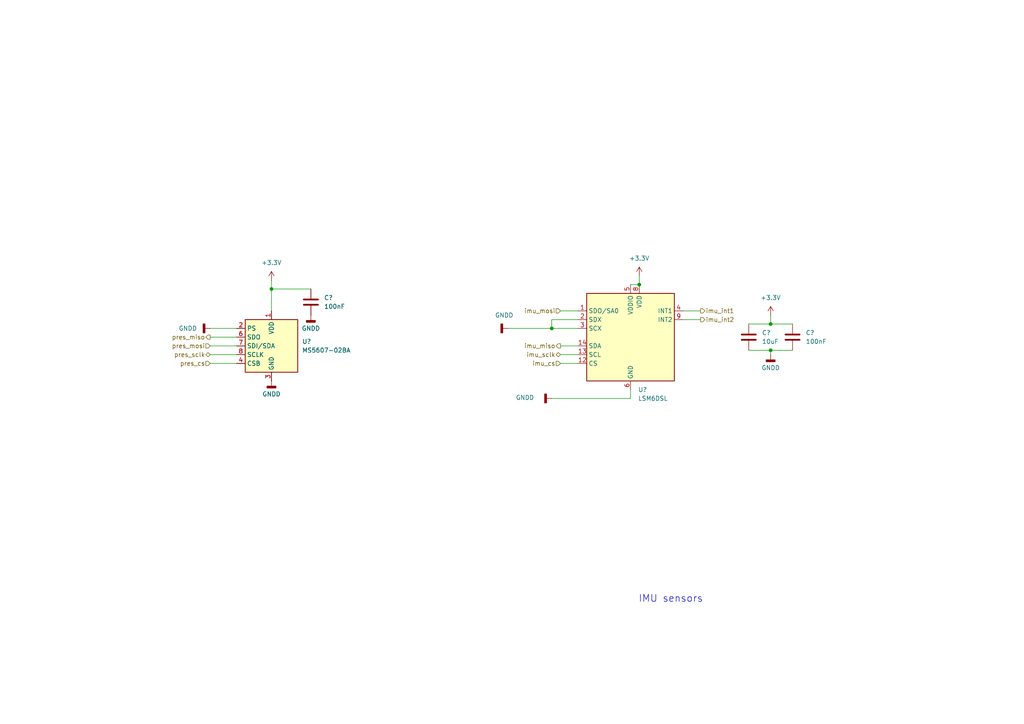
<source format=kicad_sch>
(kicad_sch (version 20250114) (generator "eeschema") (generator_version "9.0")
  (paper "A4")
  (lib_symbols
    (symbol "Device:C" (pin_numbers (hide yes)) (pin_names (offset 0.254))
      (property "Reference" "C" (at 0.635 2.54 0))
      (property "Value" "C" (at 0.635 -2.54 0))
      (symbol "C_0_1"
        (polyline (pts (xy -2.032 0.762) (xy 2.032 0.762)) (stroke (width 0.508)))
        (polyline (pts (xy -2.032 -0.762) (xy 2.032 -0.762)) (stroke (width 0.508)))
      )
      (symbol "C_1_1"
        (pin passive line (at 0 3.81 270) (length 2.794) (name "~") (number "1"))
        (pin passive line (at 0 -3.81 90) (length 2.794) (name "~") (number "2"))
      )
    )
    (symbol "Sensor_Motion:LSM6DSL"
      (property "Reference" "U" (at -11.43 15.24 0))
      (property "Value" "LSM6DSL" (at -11.43 12.7 0))
      (symbol "LSM6DSL_0_1"
        (rectangle (start -12.7 12.7) (end 12.7 -12.7) (stroke (width 0.254)) (fill (type background)))
      )
      (symbol "LSM6DSL_1_1"
        (pin bidirectional line (at -15.24 7.62 0) (length 2.54) (name "SDO/SA0") (number "1"))
        (pin bidirectional line (at -15.24 5.08 0) (length 2.54) (name "SDX") (number "2"))
        (pin input line (at -15.24 2.54 0) (length 2.54) (name "SCX") (number "3"))
        (pin bidirectional line (at -15.24 -2.54 0) (length 2.54) (name "SDA") (number "14"))
        (pin input line (at -15.24 -5.08 0) (length 2.54) (name "SCL") (number "13"))
        (pin input line (at -15.24 -7.62 0) (length 2.54) (name "CS") (number "12"))
        (pin power_in line (at 0 15.24 270) (length 2.54) (name "VDDIO") (number "5"))
        (pin power_in line (at 0 -15.24 90) (length 2.54) (name "GND") (number "6"))
        (pin passive line (at 0 -15.24 90) (length 2.54) (hide yes) (name "GND") (number "7"))
        (pin power_in line (at 2.54 15.24 270) (length 2.54) (name "VDD") (number "8"))
        (pin no_connect line (at 12.7 -2.54 180) (length 3.81) (hide yes) (name "NC") (number "11"))
        (pin no_connect line (at 12.7 -5.08 180) (length 3.81) (hide yes) (name "NC") (number "10"))
        (pin output line (at 15.24 7.62 180) (length 2.54) (name "INT1") (number "4"))
        (pin output line (at 15.24 5.08 180) (length 2.54) (name "INT2") (number "9"))
      )
    )
    (symbol "Sensor_Pressure:MS5607-02BA"
      (property "Reference" "U" (at -6.35 8.89 0))
      (property "Value" "MS5607-02BA" (at 7.62 8.89 0))
      (symbol "MS5607-02BA_0_1"
        (rectangle (start -7.62 7.62) (end 7.62 -7.62) (stroke (width 0.254)) (fill (type background)))
      )
      (symbol "MS5607-02BA_1_1"
        (pin input line (at -10.16 5.08 0) (length 2.54) (name "PS") (number "2"))
        (pin output line (at -10.16 2.54 0) (length 2.54) (name "SDO") (number "6"))
        (pin bidirectional line (at -10.16 0 0) (length 2.54) (name "SDI/SDA") (number "7"))
        (pin input line (at -10.16 -2.54 0) (length 2.54) (name "SCLK") (number "8"))
        (pin input line (at -10.16 -5.08 0) (length 2.54) (name "CSB") (number "4"))
        (pin input line (at -10.16 -5.08 0) (length 2.54) (hide yes) (name "CSB") (number "5"))
        (pin power_in line (at 0 10.16 270) (length 2.54) (name "VDD") (number "1"))
        (pin power_in line (at 0 -10.16 90) (length 2.54) (name "GND") (number "3"))
      )
    )
    (symbol "power:+3.3V" (power) (pin_numbers (hide yes)) (pin_names (offset 0) (hide yes))
      (property "Value" "+3.3V" (at 0 3.556 0))
      (symbol "+3.3V_0_1"
        (polyline (pts (xy -0.762 1.27) (xy 0 2.54)))
        (polyline (pts (xy 0 2.54) (xy 0.762 1.27)))
        (polyline (pts (xy 0 0) (xy 0 2.54)))
      )
      (symbol "+3.3V_1_1"
        (pin power_in line (at 0 0 90) (length 0) (name "~") (number "1"))
      )
    )
    (symbol "power:GNDD" (power) (pin_numbers (hide yes)) (pin_names (offset 0) (hide yes))
      (property "Value" "GNDD" (at 0 -3.175 0))
      (symbol "GNDD_0_1"
        (rectangle (start -1.27 -1.524) (end 1.27 -2.032) (stroke (width 0.254)) (fill (type outline)))
        (polyline (pts (xy 0 0) (xy 0 -1.524)))
      )
      (symbol "GNDD_1_1"
        (pin power_in line (at 0 0 270) (length 0) (name "~") (number "1"))
      )
    )
  )
  (text "IMU sensors" (at 194.564 173.736 0) (effects (font (size 2.032 2.032))))
  (junction (at 185.42 82.55))
  (junction (at 160.02 95.25))
  (junction (at 78.74 83.82))
  (junction (at 223.52 93.98))
  (junction (at 223.52 101.6))
  (wire (pts (xy 160.02 115.57) (xy 182.88 115.57)))
  (wire (pts (xy 182.88 115.57) (xy 182.88 113.03)))
  (wire (pts (xy 78.74 83.82) (xy 78.74 90.17)))
  (wire (pts (xy 60.96 100.33) (xy 68.58 100.33)))
  (wire (pts (xy 60.96 97.79) (xy 68.58 97.79)))
  (wire (pts (xy 198.12 92.71) (xy 203.2 92.71)))
  (wire (pts (xy 182.88 82.55) (xy 185.42 82.55)))
  (wire (pts (xy 162.56 90.17) (xy 167.64 90.17)))
  (wire (pts (xy 223.52 91.44) (xy 223.52 93.98)))
  (wire (pts (xy 162.56 102.87) (xy 167.64 102.87)))
  (wire (pts (xy 185.42 82.55) (xy 185.42 80.01)))
  (wire (pts (xy 78.74 81.28) (xy 78.74 83.82)))
  (wire (pts (xy 198.12 90.17) (xy 203.2 90.17)))
  (wire (pts (xy 223.52 101.6) (xy 229.87 101.6)))
  (wire (pts (xy 60.96 105.41) (xy 68.58 105.41)))
  (wire (pts (xy 167.64 92.71) (xy 160.02 92.71)))
  (wire (pts (xy 160.02 95.25) (xy 167.64 95.25)))
  (wire (pts (xy 217.17 101.6) (xy 223.52 101.6)))
  (wire (pts (xy 162.56 100.33) (xy 167.64 100.33)))
  (wire (pts (xy 60.96 95.25) (xy 68.58 95.25)))
  (wire (pts (xy 162.56 105.41) (xy 167.64 105.41)))
  (wire (pts (xy 223.52 102.87) (xy 223.52 101.6)))
  (wire (pts (xy 78.74 83.82) (xy 90.17 83.82)))
  (wire (pts (xy 160.02 92.71) (xy 160.02 95.25)))
  (wire (pts (xy 223.52 93.98) (xy 229.87 93.98)))
  (wire (pts (xy 217.17 93.98) (xy 223.52 93.98)))
  (wire (pts (xy 60.96 102.87) (xy 68.58 102.87)))
  (wire (pts (xy 147.32 95.25) (xy 160.02 95.25)))
  (hierarchical_label "pres_sclk" (shape bidirectional) (at 60.96 102.87 180))
  (hierarchical_label "imu_int1" (shape output) (at 203.2 90.17 0))
  (hierarchical_label "pres_cs" (shape input) (at 60.96 105.41 180))
  (hierarchical_label "imu_mosi" (shape input) (at 162.56 90.17 180))
  (hierarchical_label "pres_mosi" (shape input) (at 60.96 100.33 180))
  (hierarchical_label "imu_miso" (shape output) (at 162.56 100.33 180))
  (hierarchical_label "imu_int2" (shape output) (at 203.2 92.71 0))
  (hierarchical_label "imu_cs" (shape input) (at 162.56 105.41 180))
  (hierarchical_label "pres_miso" (shape output) (at 60.96 97.79 180))
  (hierarchical_label "imu_sclk" (shape bidirectional) (at 162.56 102.87 180))
  (symbol (lib_id "power:GNDD") (at 60.96 95.25 270) (unit 1)
    (property "Reference" "#PWR?" (effects (hide yes)))
    (property "Value" "GNDD" (at 57.15 95.2499 90) (effects (justify right)))
    (property "Description" "Power symbol creates a global label with name \"GNDD\" , digital ground" (effects (hide yes)))
  )
  (symbol (lib_id "power:GNDD") (at 223.52 102.87 0) (unit 1)
    (property "Reference" "#PWR?" (effects (hide yes)))
    (property "Value" "GNDD" (at 223.52 106.68 0))
    (property "Description" "Power symbol creates a global label with name \"GNDD\" , digital ground" (effects (hide yes)))
  )
  (symbol (lib_id "power:+3.3V") (at 185.42 80.01 0) (unit 1)
    (property "Reference" "#PWR?" (effects (hide yes)))
    (property "Value" "+3.3V" (at 185.42 74.93 0))
    (property "Description" "Power symbol creates a global label with name \"+3.3V\"" (effects (hide yes)))
  )
  (symbol (lib_id "Device:C") (at 90.17 87.63 0) (unit 1)
    (property "Reference" "C?" (at 93.98 86.3599 0) (effects (justify left)))
    (property "Value" "100nF" (at 93.98 88.8999 0) (effects (justify left)))
    (property "Footprint" "Capacitor_SMD:C_0603_1608Metric_Pad1.08x0.95mm_HandSolder" (effects (hide yes)))
    (property "Datasheet" "https://content.kemet.com/datasheets/KEM_C1002_X7R_SMD.pdf" (effects (hide yes)))
    (property "Description" "Unpolarized capacitor" (effects (hide yes)))
    (property "Purchase" "https://www.digikey.com/en/products/detail/kemet/C0603C104M5RACTU/2199782" (effects (hide yes)))
  )
  (symbol (lib_id "Sensor_Pressure:MS5607-02BA") (at 78.74 100.33 0) (unit 1)
    (property "Reference" "U?" (at 87.63 99.0599 0) (effects (justify left)))
    (property "Value" "MS5607-02BA" (at 87.63 101.5999 0) (effects (justify left)))
    (property "Footprint" "Package_LGA:LGA-8_3x5mm_P1.25mm" (effects (hide yes)))
    (property "Datasheet" "https://www.te.com/commerce/DocumentDelivery/DDEController?Action=showdoc&DocId=Data+Sheet%7FMS5607-02BA03%7FB2%7Fpdf%7FEnglish%7FENG_DS_MS5607-02BA03_B2.pdf%7FCAT-BLPS0035" (effects (hide yes)))
    (property "Description" "Barometric pressure sensor, 20cm resolution, 10 to 1200 mbar, I2C and SPI interface up to 20MHz, LGA-8" (effects (hide yes)))
    (property "Purchase" "https://www.digikey.com/en/products/detail/te-connectivity-measurement-specialties/MS560702BA03-50/4700931" (effects (hide yes)))
  )
  (symbol (lib_id "power:GNDD") (at 147.32 95.25 270) (unit 1)
    (property "Reference" "#PWR?" (effects (hide yes)))
    (property "Value" "GNDD" (at 146.2405 91.44 90))
    (property "Description" "Power symbol creates a global label with name \"GNDD\" , digital ground" (effects (hide yes)))
  )
  (symbol (lib_id "power:GNDD") (at 160.02 115.57 270) (unit 1)
    (property "Reference" "#PWR?" (effects (hide yes)))
    (property "Value" "GNDD" (at 154.94 115.316 90) (effects (justify right)))
    (property "Description" "Power symbol creates a global label with name \"GNDD\" , digital ground" (effects (hide yes)))
  )
  (symbol (lib_id "power:+3.3V") (at 78.74 81.28 0) (unit 1)
    (property "Reference" "#PWR?" (effects (hide yes)))
    (property "Value" "+3.3V" (at 78.74 76.2 0))
    (property "Description" "Power symbol creates a global label with name \"+3.3V\"" (effects (hide yes)))
  )
  (symbol (lib_id "power:GNDD") (at 78.74 110.49 0) (unit 1)
    (property "Reference" "#PWR?" (effects (hide yes)))
    (property "Value" "GNDD" (at 78.74 114.3 0))
    (property "Description" "Power symbol creates a global label with name \"GNDD\" , digital ground" (effects (hide yes)))
  )
  (symbol (lib_id "power:GNDD") (at 90.17 91.44 0) (unit 1)
    (property "Reference" "#PWR?" (effects (hide yes)))
    (property "Value" "GNDD" (at 90.17 95.25 0))
    (property "Description" "Power symbol creates a global label with name \"GNDD\" , digital ground" (effects (hide yes)))
  )
  (symbol (lib_id "Device:C") (at 229.87 97.79 0) (unit 1)
    (property "Reference" "C?" (at 233.68 96.5199 0) (effects (justify left)))
    (property "Value" "100nF" (at 233.68 99.0599 0) (effects (justify left)))
    (property "Footprint" "Capacitor_SMD:C_0603_1608Metric_Pad1.08x0.95mm_HandSolder" (effects (hide yes)))
    (property "Datasheet" "https://content.kemet.com/datasheets/KEM_C1002_X7R_SMD.pdf" (effects (hide yes)))
    (property "Description" "Unpolarized capacitor" (effects (hide yes)))
    (property "Purchase" "https://www.digikey.com/en/products/detail/kemet/C0603C104M5RACTU/2199782" (effects (hide yes)))
  )
  (symbol (lib_id "power:+3.3V") (at 223.52 91.44 0) (unit 1)
    (property "Reference" "#PWR?" (effects (hide yes)))
    (property "Value" "+3.3V" (at 223.52 86.36 0))
    (property "Description" "Power symbol creates a global label with name \"+3.3V\"" (effects (hide yes)))
  )
  (symbol (lib_id "Sensor_Motion:LSM6DSL") (at 182.88 97.79 0) (unit 1)
    (property "Reference" "U?" (at 185.0741 113.03 0) (effects (justify left)))
    (property "Value" "LSM6DSL" (at 185.0741 115.57 0) (effects (justify left)))
    (property "Footprint" "Package_LGA:LGA-14_3x2.5mm_P0.5mm_LayoutBorder3x4y" (effects (hide yes)))
    (property "Datasheet" "https://www.st.com/resource/en/datasheet/lsm6dsl.pdf" (effects (hide yes)))
    (property "Description" "I2C/SPI, iNEMO inertial module: always-on 3D accelerometer and 3D gyroscope, 1.71V to 3.6V VCC" (effects (hide yes)))
    (property "Purchase" "https://www.digikey.com/en/products/detail/stmicroelectronics/LSM6DSLTR/6192804" (effects (hide yes)))
  )
  (symbol (lib_id "Device:C") (at 217.17 97.79 0) (unit 1)
    (property "Reference" "C?" (at 220.98 96.5199 0) (effects (justify left)))
    (property "Value" "10uF" (at 220.98 99.0599 0) (effects (justify left)))
    (property "Footprint" "Capacitor_Tantalum_SMD:CP_EIA-3216-18_Kemet-A_Pad1.58x1.35mm_HandSolder" (effects (hide yes)))
    (property "Datasheet" "https://content.kemet.com/datasheets/KEM_T2005_T491.pdf" (effects (hide yes)))
    (property "Description" "Unpolarized capacitor" (effects (hide yes)))
    (property "Purchase" "https://www.digikey.com/en/products/detail/kemet/T491A106K010AT/818545" (effects (hide yes)))
  )
)
</source>
